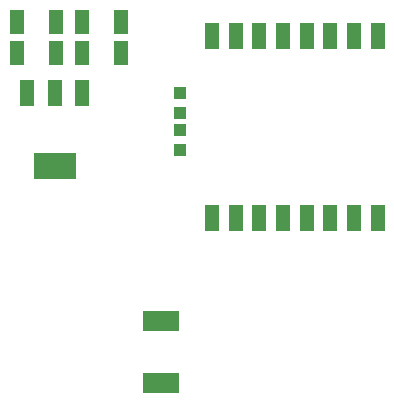
<source format=gbr>
G04 EAGLE Gerber RS-274X export*
G75*
%MOMM*%
%FSLAX34Y34*%
%LPD*%
%INSolderpaste Top*%
%IPPOS*%
%AMOC8*
5,1,8,0,0,1.08239X$1,22.5*%
G01*
%ADD10R,1.270000X2.032000*%
%ADD11R,1.200000X2.286000*%
%ADD12R,1.219200X2.235200*%
%ADD13R,3.600000X2.200000*%
%ADD14R,3.150000X1.780000*%
%ADD15R,1.100000X1.000000*%


D10*
X144138Y437161D03*
X111118Y437161D03*
D11*
X361080Y424585D03*
X341080Y424585D03*
X321080Y424585D03*
X301080Y424585D03*
X281080Y424585D03*
X261080Y424585D03*
X241080Y424585D03*
X221080Y424585D03*
X361080Y270745D03*
X341080Y270745D03*
X321080Y270745D03*
X301080Y270745D03*
X281080Y270745D03*
X261080Y270745D03*
X241080Y270745D03*
X221080Y270745D03*
D12*
X110791Y376489D03*
X87677Y376489D03*
X64563Y376489D03*
D13*
X87677Y314511D03*
D10*
X144138Y410742D03*
X111118Y410742D03*
X56132Y410742D03*
X89152Y410742D03*
X55702Y437161D03*
X88722Y437161D03*
D14*
X177570Y183701D03*
X177570Y131301D03*
D15*
X194131Y345090D03*
X194131Y328090D03*
X194212Y376992D03*
X194212Y359992D03*
M02*

</source>
